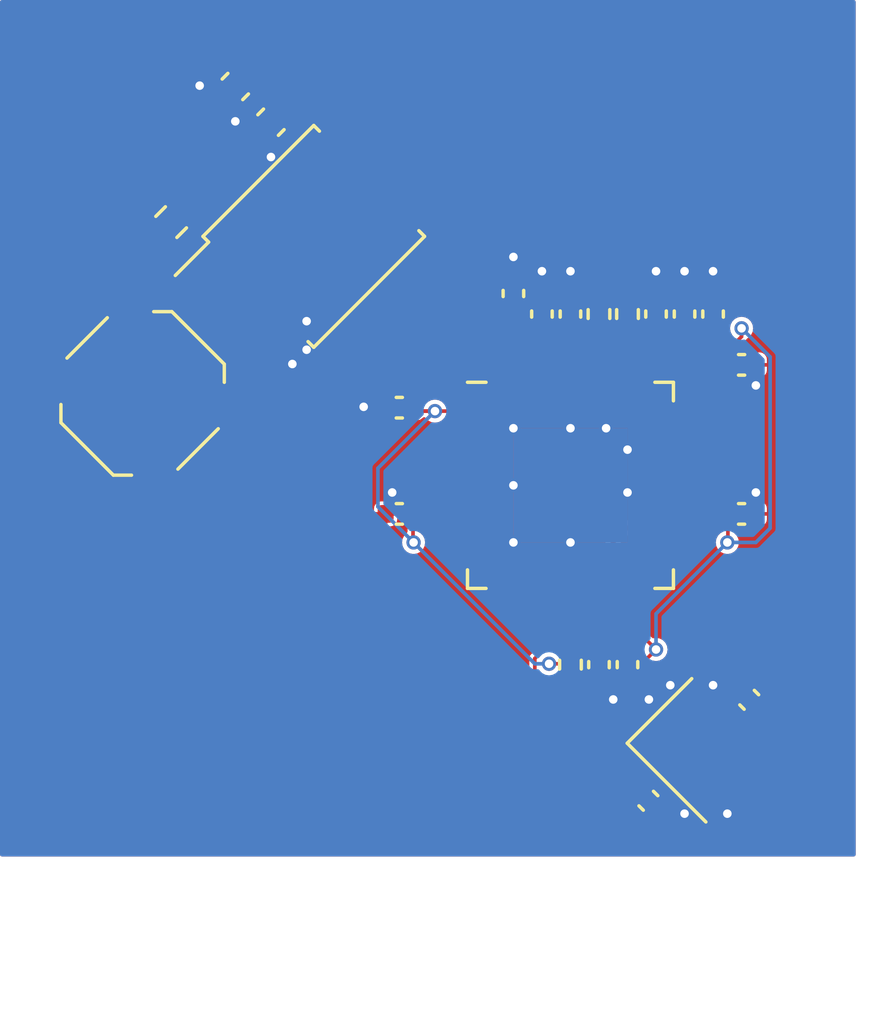
<source format=kicad_pcb>
(kicad_pcb (version 20221018) (generator pcbnew)
  (title_block (title "RP2040 Base") (date "2023-07-25") (rev "0.21") (company "https://github.com/TT-392/RP2040-base"))
  (layers (0 "F.Cu" signal) (31 "B.Cu" signal) (34 "B.Paste" user) (35 "F.Paste" user) (36 "B.SilkS" user "B.Silkscreen") (37 "F.SilkS" user "F.Silkscreen") (38 "B.Mask" user) (39 "F.Mask" user) (44 "Edge.Cuts" user))
  (net 0 "")
  (net 1 "/1V1")
  (net 2 "/VIN")
  (net 3 "/GND")
  (net 4 "/XIN")
  (net 5 "Net-(C32-Pad1)")
  (net 6 "Net-(U2-USB_DP)")
  (net 7 "/~{USB_BOOT}")
  (net 8 "/USB_D+")
  (net 9 "Net-(U2-USB_DM)")
  (net 10 "/USB_D-")
  (net 11 "/GPIO0")
  (net 12 "/QSPI_SS")
  (net 13 "/XOUT")
  (net 14 "/QSPI_SD1")
  (net 15 "/QSPI_SD2")
  (net 16 "/QSPI_SD0")
  (net 17 "/QSPI_SCLK")
  (net 18 "/QSPI_SD3")
  (net 19 "/GPIO1")
  (net 20 "/GPIO2")
  (net 21 "/GPIO3")
  (net 22 "/GPIO4")
  (net 23 "/GPIO5")
  (net 24 "/GPIO6")
  (net 25 "/GPIO7")
  (net 26 "/GPIO8")
  (net 27 "/GPIO9")
  (net 28 "/GPIO10")
  (net 29 "/GPIO11")
  (net 30 "/GPIO12")
  (net 31 "/GPIO13")
  (net 32 "/GPIO14")
  (net 33 "/GPIO15")
  (net 34 "/SWCLK")
  (net 35 "/SWD")
  (net 36 "/GPIO16")
  (net 37 "/GPIO17")
  (net 38 "/GPIO18")
  (net 39 "/GPIO19")
  (net 40 "/GPIO20")
  (net 41 "/GPIO21")
  (net 42 "/GPIO22")
  (net 43 "/GPIO23")
  (net 44 "/GPIO24")
  (net 45 "/GPIO25")
  (net 46 "/GPIO26_ADC0")
  (net 47 "/GPIO27_ADC1")
  (net 48 "/GPIO28_ADC2")
  (net 49 "/GPIO19_ADC3")
  (footprint "Capacitor_SMD:C_0402_1005Metric" (layer "F.Cu") (at 37.732233 48.047767 -45)
    (fp_text reference "C31" hide)
    (fp_text value "30p")
    (fp_line (start -0.107836 -0.36) (end 0.107836 -0.36) (stroke (width 0.12)) (layer "F.SilkS"))
    (fp_line (start -0.107836 0.36) (end 0.107836 0.36) (stroke (width 0.12)) (layer "F.SilkS"))
    (pad "1" smd roundrect (at -0.48 0 315) (size 0.56 0.62) (layers "F.Cu" "F.Paste" "F.Mask") (net 4 "/XIN"))
    (pad "2" smd roundrect (at 0.48 0 315) (size 0.56 0.62) (layers "F.Cu" "F.Paste" "F.Mask") (net 3 "/GND"))
  )
  (footprint "Capacitor_SMD:C_0603_1608Metric" (layer "F.Cu") (at 23.25 23.03 -135)
    (fp_text reference "C29" hide)
    (fp_text value "100n")
    (fp_line (start -0.14058 -0.51) (end 0.14058 -0.51) (stroke (width 0.12)) (layer "F.SilkS"))
    (fp_line (start -0.14058 0.51) (end 0.14058 0.51) (stroke (width 0.12)) (layer "F.SilkS"))
    (pad "1" smd roundrect (at -0.775 0 225) (size 0.9 0.95) (layers "F.Cu" "F.Paste" "F.Mask") (net 2 "/VIN"))
    (pad "2" smd roundrect (at 0.775 0 225) (size 0.9 0.95) (layers "F.Cu" "F.Paste" "F.Mask") (net 3 "/GND"))
  )
  (footprint "Capacitor_SMD:C_0402_1005Metric" (layer "F.Cu") (at 36 43.28 -90)
    (fp_text reference "C3" hide)
    (fp_text value "100n")
    (fp_line (start -0.107836 -0.36) (end 0.107836 -0.36) (stroke (width 0.12)) (layer "F.SilkS"))
    (fp_line (start -0.107836 0.36) (end 0.107836 0.36) (stroke (width 0.12)) (layer "F.SilkS"))
    (pad "1" smd roundrect (at -0.48 0 270) (size 0.56 0.62) (layers "F.Cu" "F.Paste" "F.Mask") (net 2 "/VIN"))
    (pad "2" smd roundrect (at 0.48 0 270) (size 0.56 0.62) (layers "F.Cu" "F.Paste" "F.Mask") (net 3 "/GND"))
  )
  (footprint "Capacitor_SMD:C_0603_1608Metric" (layer "F.Cu") (at 24.5 24.28 -135)
    (fp_text reference "C30" hide)
    (fp_text value "10n")
    (fp_line (start -0.14058 -0.51) (end 0.14058 -0.51) (stroke (width 0.12)) (layer "F.SilkS"))
    (fp_line (start -0.14058 0.51) (end 0.14058 0.51) (stroke (width 0.12)) (layer "F.SilkS"))
    (pad "1" smd roundrect (at -0.775 0 225) (size 0.9 0.95) (layers "F.Cu" "F.Paste" "F.Mask") (net 2 "/VIN"))
    (pad "2" smd roundrect (at 0.775 0 225) (size 0.9 0.95) (layers "F.Cu" "F.Paste" "F.Mask") (net 3 "/GND"))
  )
  (footprint "Capacitor_SMD:C_0402_1005Metric" (layer "F.Cu") (at 41 32.78)
    (fp_text reference "C1" hide)
    (fp_text value "100n")
    (fp_line (start -0.107836 -0.36) (end 0.107836 -0.36) (stroke (width 0.12)) (layer "F.SilkS"))
    (fp_line (start -0.107836 0.36) (end 0.107836 0.36) (stroke (width 0.12)) (layer "F.SilkS"))
    (pad "1" smd roundrect (at -0.48 0) (size 0.56 0.62) (layers "F.Cu" "F.Paste" "F.Mask") (net 2 "/VIN"))
    (pad "2" smd roundrect (at 0.48 0) (size 0.56 0.62) (layers "F.Cu" "F.Paste" "F.Mask") (net 3 "/GND"))
  )
  (footprint "Capacitor_SMD:C_0402_1005Metric" (layer "F.Cu") (at 34 31 90)
    (fp_text reference "C28" hide)
    (fp_text value "100n")
    (fp_line (start -0.107836 -0.36) (end 0.107836 -0.36) (stroke (width 0.12)) (layer "F.SilkS"))
    (fp_line (start -0.107836 0.36) (end 0.107836 0.36) (stroke (width 0.12)) (layer "F.SilkS"))
    (pad "1" smd roundrect (at -0.48 0 90) (size 0.56 0.62) (layers "F.Cu" "F.Paste" "F.Mask") (net 2 "/VIN"))
    (pad "2" smd roundrect (at 0.48 0 90) (size 0.56 0.62) (layers "F.Cu" "F.Paste" "F.Mask") (net 3 "/GND"))
  )
  (footprint "Resistor_SMD:R_0603_1608Metric" (layer "F.Cu") (at 21 27.78 -135)
    (fp_text reference "R8" hide)
    (fp_text value "1k")
    (fp_line (start -0.237258 -0.5225) (end 0.237258 -0.5225) (stroke (width 0.12)) (layer "F.SilkS"))
    (fp_line (start -0.237258 0.5225) (end 0.237258 0.5225) (stroke (width 0.12)) (layer "F.SilkS"))
    (pad "1" smd roundrect (at -0.825 0 225) (size 0.8 0.95) (layers "F.Cu" "F.Paste" "F.Mask") (net 12 "/QSPI_SS"))
    (pad "2" smd roundrect (at 0.825 0 225) (size 0.8 0.95) (layers "F.Cu" "F.Paste" "F.Mask") (net 7 "/~{USB_BOOT}"))
  )
  (footprint "Capacitor_SMD:C_0402_1005Metric" (layer "F.Cu") (at 29 38 180)
    (fp_text reference "C4" hide)
    (fp_text value "100n")
    (fp_line (start -0.107836 -0.36) (end 0.107836 -0.36) (stroke (width 0.12)) (layer "F.SilkS"))
    (fp_line (start -0.107836 0.36) (end 0.107836 0.36) (stroke (width 0.12)) (layer "F.SilkS"))
    (pad "1" smd roundrect (at -0.48 0 180) (size 0.56 0.62) (layers "F.Cu" "F.Paste" "F.Mask") (net 2 "/VIN"))
    (pad "2" smd roundrect (at 0.48 0 180) (size 0.56 0.62) (layers "F.Cu" "F.Paste" "F.Mask") (net 3 "/GND"))
  )
  (footprint "Crystal:Crystal_SMD_EuroQuartz_MT-4Pin_3.2x2.5mm" (layer "F.Cu") (at 39.5 46.28 -45)
    (fp_text reference "Y2" hide)
    (fp_text value "ECS-120-8-33-JGN-TR3")
    (fp_line (start -1.95 -1.6) (end -1.95 1.6) (stroke (width 0.12)) (layer "F.SilkS"))
    (fp_line (start -1.95 1.6) (end 1.95 1.6) (stroke (width 0.12)) (layer "F.SilkS"))
    (pad "1" smd rect (at -1.1 0.9 315) (size 1.3 1) (layers "F.Cu" "F.Paste" "F.Mask") (net 4 "/XIN"))
    (pad "2" smd rect (at 1.1 0.9 315) (size 1.3 1) (layers "F.Cu" "F.Paste" "F.Mask") (net 3 "/GND"))
    (pad "3" smd rect (at 1.1 -0.9 315) (size 1.3 1) (layers "F.Cu" "F.Paste" "F.Mask") (net 5 "Net-(C32-Pad1)"))
    (pad "4" smd rect (at -1.1 -0.9 315) (size 1.3 1) (layers "F.Cu" "F.Paste" "F.Mask") (net 3 "/GND"))
  )
  (footprint "RP2040_base:TS-1187A" (layer "F.Cu") (at 20 33.78 135)
    (fp_text reference "SW1" hide)
    (fp_text value "SW_Push")
    (fp_line (start -2.75 -1) (end -2.75 1) (stroke (width 0.12)) (layer "F.SilkS"))
    (fp_line (start -1.75 -2.3) (end -1.3 -2.75) (stroke (width 0.12)) (layer "F.SilkS"))
    (fp_line (start -1.75 2.3) (end -1.3 2.75) (stroke (width 0.12)) (layer "F.SilkS"))
    (fp_line (start -1.3 -2.75) (end 1.3 -2.75) (stroke (width 0.12)) (layer "F.SilkS"))
    (fp_line (start -1.3 2.75) (end 1.3 2.75) (stroke (width 0.12)) (layer "F.SilkS"))
    (fp_line (start 1.75 -2.3) (end 1.3 -2.75) (stroke (width 0.12)) (layer "F.SilkS"))
    (fp_line (start 1.75 2.3) (end 1.3 2.75) (stroke (width 0.12)) (layer "F.SilkS"))
    (fp_line (start 2.75 -1) (end 2.75 1) (stroke (width 0.12)) (layer "F.SilkS"))
    (pad "1" smd rect (at -3 -1.875 135) (size 1 0.75) (layers "F.Cu" "F.Paste" "F.Mask") (net 3 "/GND"))
    (pad "1" smd rect (at 3 -1.875 135) (size 1 0.75) (layers "F.Cu" "F.Paste" "F.Mask") (net 3 "/GND"))
    (pad "2" smd rect (at -3 1.875 135) (size 1 0.75) (layers "F.Cu" "F.Paste" "F.Mask") (net 7 "/~{USB_BOOT}"))
    (pad "2" smd rect (at 3 1.875 135) (size 1 0.75) (layers "F.Cu" "F.Paste" "F.Mask") (net 7 "/~{USB_BOOT}"))
  )
  (footprint "Resistor_SMD:R_0402_1005Metric" (layer "F.Cu") (at 35 43.28 -90)
    (fp_text reference "R10" hide)
    (fp_text value "1k")
    (fp_line (start -0.153641 -0.38) (end 0.153641 -0.38) (stroke (width 0.12)) (layer "F.SilkS"))
    (fp_line (start -0.153641 0.38) (end 0.153641 0.38) (stroke (width 0.12)) (layer "F.SilkS"))
    (pad "1" smd roundrect (at -0.51 0 270) (size 0.54 0.64) (layers "F.Cu" "F.Paste" "F.Mask") (net 13 "/XOUT"))
    (pad "2" smd roundrect (at 0.51 0 270) (size 0.54 0.64) (layers "F.Cu" "F.Paste" "F.Mask") (net 5 "Net-(C32-Pad1)"))
  )
  (footprint "Resistor_SMD:R_0402_1005Metric" (layer "F.Cu") (at 37 31 -90)
    (fp_text reference "R7" hide)
    (fp_text value "27")
    (fp_line (start -0.153641 -0.38) (end 0.153641 -0.38) (stroke (width 0.12)) (layer "F.SilkS"))
    (fp_line (start -0.153641 0.38) (end 0.153641 0.38) (stroke (width 0.12)) (layer "F.SilkS"))
    (pad "1" smd roundrect (at -0.51 0 270) (size 0.54 0.64) (layers "F.Cu" "F.Paste" "F.Mask") (net 10 "/USB_D-"))
    (pad "2" smd roundrect (at 0.51 0 270) (size 0.54 0.64) (layers "F.Cu" "F.Paste" "F.Mask") (net 9 "Net-(U2-USB_DM)"))
  )
  (footprint "Capacitor_SMD:C_0402_1005Metric" (layer "F.Cu") (at 33 30.28 90)
    (fp_text reference "C19" hide)
    (fp_text value "100n")
    (fp_line (start -0.107836 -0.36) (end 0.107836 -0.36) (stroke (width 0.12)) (layer "F.SilkS"))
    (fp_line (start -0.107836 0.36) (end 0.107836 0.36) (stroke (width 0.12)) (layer "F.SilkS"))
    (pad "1" smd roundrect (at -0.48 0 90) (size 0.56 0.62) (layers "F.Cu" "F.Paste" "F.Mask") (net 1 "/1V1"))
    (pad "2" smd roundrect (at 0.48 0 90) (size 0.56 0.62) (layers "F.Cu" "F.Paste" "F.Mask") (net 3 "/GND"))
  )
  (footprint "Capacitor_SMD:C_0402_1005Metric" (layer "F.Cu") (at 39 31 90)
    (fp_text reference "C7" hide)
    (fp_text value "1u")
    (fp_line (start -0.107836 -0.36) (end 0.107836 -0.36) (stroke (width 0.12)) (layer "F.SilkS"))
    (fp_line (start -0.107836 0.36) (end 0.107836 0.36) (stroke (width 0.12)) (layer "F.SilkS"))
    (pad "1" smd roundrect (at -0.48 0 90) (size 0.56 0.62) (layers "F.Cu" "F.Paste" "F.Mask") (net 2 "/VIN"))
    (pad "2" smd roundrect (at 0.48 0 90) (size 0.56 0.62) (layers "F.Cu" "F.Paste" "F.Mask") (net 3 "/GND"))
  )
  (footprint "Package_SO:SOIC-8_5.275x5.275mm_P1.27mm" (layer "F.Cu") (at 26 28.28 45)
    (fp_text reference "U1" hide)
    (fp_text value "W25Q16JV")
    (fp_line (start -2.7475 -2.7475) (end -2.7475 -2.465) (stroke (width 0.12)) (layer "F.SilkS"))
    (fp_line (start -2.7475 -2.465) (end -4.4 -2.465) (stroke (width 0.12)) (layer "F.SilkS"))
    (fp_line (start -2.7475 2.7475) (end -2.7475 2.465) (stroke (width 0.12)) (layer "F.SilkS"))
    (fp_line (start 0 -2.7475) (end -2.7475 -2.7475) (stroke (width 0.12)) (layer "F.SilkS"))
    (fp_line (start 0 -2.7475) (end 2.7475 -2.7475) (stroke (width 0.12)) (layer "F.SilkS"))
    (fp_line (start 0 2.7475) (end -2.7475 2.7475) (stroke (width 0.12)) (layer "F.SilkS"))
    (fp_line (start 0 2.7475) (end 2.7475 2.7475) (stroke (width 0.12)) (layer "F.SilkS"))
    (fp_line (start 2.7475 -2.7475) (end 2.7475 -2.465) (stroke (width 0.12)) (layer "F.SilkS"))
    (fp_line (start 2.7475 2.7475) (end 2.7475 2.465) (stroke (width 0.12)) (layer "F.SilkS"))
    (pad "1" smd roundrect (at -3.6 -1.905 45) (size 1.6 0.6) (layers "F.Cu" "F.Paste" "F.Mask") (net 12 "/QSPI_SS"))
    (pad "2" smd roundrect (at -3.6 -0.635 45) (size 1.6 0.6) (layers "F.Cu" "F.Paste" "F.Mask") (net 14 "/QSPI_SD1"))
    (pad "3" smd roundrect (at -3.6 0.635 45) (size 1.6 0.6) (layers "F.Cu" "F.Paste" "F.Mask") (net 15 "/QSPI_SD2"))
    (pad "4" smd roundrect (at -3.6 1.905 45) (size 1.6 0.6) (layers "F.Cu" "F.Paste" "F.Mask") (net 3 "/GND"))
    (pad "5" smd roundrect (at 3.6 1.905 45) (size 1.6 0.6) (layers "F.Cu" "F.Paste" "F.Mask") (net 16 "/QSPI_SD0"))
    (pad "6" smd roundrect (at 3.6 0.635 45) (size 1.6 0.6) (layers "F.Cu" "F.Paste" "F.Mask") (net 17 "/QSPI_SCLK"))
    (pad "7" smd roundrect (at 3.6 -0.635 45) (size 1.6 0.6) (layers "F.Cu" "F.Paste" "F.Mask") (net 18 "/QSPI_SD3"))
    (pad "8" smd roundrect (at 3.6 -1.905 45) (size 1.6 0.6) (layers "F.Cu" "F.Paste" "F.Mask") (net 2 "/VIN"))
  )
  (footprint "Capacitor_SMD:C_0402_1005Metric" (layer "F.Cu") (at 37 43.28 -90)
    (fp_text reference "C18" hide)
    (fp_text value "100n")
    (fp_line (start -0.107836 -0.36) (end 0.107836 -0.36) (stroke (width 0.12)) (layer "F.SilkS"))
    (fp_line (start -0.107836 0.36) (end 0.107836 0.36) (stroke (width 0.12)) (layer "F.SilkS"))
    (pad "1" smd roundrect (at -0.48 0 270) (size 0.56 0.62) (layers "F.Cu" "F.Paste" "F.Mask") (net 1 "/1V1"))
    (pad "2" smd roundrect (at 0.48 0 270) (size 0.56 0.62) (layers "F.Cu" "F.Paste" "F.Mask") (net 3 "/GND"))
  )
  (footprint "Capacitor_SMD:C_0402_1005Metric" (layer "F.Cu") (at 38 31 90)
    (fp_text reference "C6" hide)
    (fp_text value "1u")
    (fp_line (start -0.107836 -0.36) (end 0.107836 -0.36) (stroke (width 0.12)) (layer "F.SilkS"))
    (fp_line (start -0.107836 0.36) (end 0.107836 0.36) (stroke (width 0.12)) (layer "F.SilkS"))
    (pad "1" smd roundrect (at -0.48 0 90) (size 0.56 0.62) (layers "F.Cu" "F.Paste" "F.Mask") (net 1 "/1V1"))
    (pad "2" smd roundrect (at 0.48 0 90) (size 0.56 0.62) (layers "F.Cu" "F.Paste" "F.Mask") (net 3 "/GND"))
  )
  (footprint "Capacitor_SMD:C_0402_1005Metric" (layer "F.Cu") (at 41 38)
    (fp_text reference "C2" hide)
    (fp_text value "100n")
    (fp_line (start -0.107836 -0.36) (end 0.107836 -0.36) (stroke (width 0.12)) (layer "F.SilkS"))
    (fp_line (start -0.107836 0.36) (end 0.107836 0.36) (stroke (width 0.12)) (layer "F.SilkS"))
    (pad "1" smd roundrect (at -0.48 0) (size 0.56 0.62) (layers "F.Cu" "F.Paste" "F.Mask") (net 2 "/VIN"))
    (pad "2" smd roundrect (at 0.48 0) (size 0.56 0.62) (layers "F.Cu" "F.Paste" "F.Mask") (net 3 "/GND"))
  )
  (footprint "Package_DFN_QFN:QFN-56-1EP_7x7mm_P0.4mm_EP3.2x3.2mm" (layer "F.Cu") (at 35 37)
    (fp_text reference "U2" hide)
    (fp_text value "RP2040")
    (fp_line (start -3.61 3.61) (end -3.61 2.96) (stroke (width 0.12)) (layer "F.SilkS"))
    (fp_line (start -2.96 -3.61) (end -3.61 -3.61) (stroke (width 0.12)) (layer "F.SilkS"))
    (fp_line (start -2.96 3.61) (end -3.61 3.61) (stroke (width 0.12)) (layer "F.SilkS"))
    (fp_line (start 2.96 -3.61) (end 3.61 -3.61) (stroke (width 0.12)) (layer "F.SilkS"))
    (fp_line (start 2.96 3.61) (end 3.61 3.61) (stroke (width 0.12)) (layer "F.SilkS"))
    (fp_line (start 3.61 -3.61) (end 3.61 -2.96) (stroke (width 0.12)) (layer "F.SilkS"))
    (fp_line (start 3.61 3.61) (end 3.61 2.96) (stroke (width 0.12)) (layer "F.SilkS"))
    (pad "1" smd roundrect (at -3.4375 -2.6) (size 0.875 0.2) (layers "F.Cu" "F.Paste" "F.Mask") (net 2 "/VIN"))
    (pad "2" smd roundrect (at -3.4375 -2.2) (size 0.875 0.2) (layers "F.Cu" "F.Paste" "F.Mask") (net 11 "/GPIO0"))
    (pad "3" smd roundrect (at -3.4375 -1.8) (size 0.875 0.2) (layers "F.Cu" "F.Paste" "F.Mask") (net 19 "/GPIO1"))
    (pad "4" smd roundrect (at -3.4375 -1.4) (size 0.875 0.2) (layers "F.Cu" "F.Paste" "F.Mask") (net 20 "/GPIO2"))
    (pad "5" smd roundrect (at -3.4375 -1) (size 0.875 0.2) (layers "F.Cu" "F.Paste" "F.Mask") (net 21 "/GPIO3"))
    (pad "6" smd roundrect (at -3.4375 -0.6) (size 0.875 0.2) (layers "F.Cu" "F.Paste" "F.Mask") (net 22 "/GPIO4"))
    (pad "7" smd roundrect (at -3.4375 -0.2) (size 0.875 0.2) (layers "F.Cu" "F.Paste" "F.Mask") (net 23 "/GPIO5"))
    (pad "8" smd roundrect (at -3.4375 0.2) (size 0.875 0.2) (layers "F.Cu" "F.Paste" "F.Mask") (net 24 "/GPIO6"))
    (pad "9" smd roundrect (at -3.4375 0.6) (size 0.875 0.2) (layers "F.Cu" "F.Paste" "F.Mask") (net 25 "/GPIO7"))
    (pad "10" smd roundrect (at -3.4375 1) (size 0.875 0.2) (layers "F.Cu" "F.Paste" "F.Mask") (net 2 "/VIN"))
    (pad "11" smd roundrect (at -3.4375 1.4) (size 0.875 0.2) (layers "F.Cu" "F.Paste" "F.Mask") (net 26 "/GPIO8"))
    (pad "12" smd roundrect (at -3.4375 1.8) (size 0.875 0.2) (layers "F.Cu" "F.Paste" "F.Mask") (net 27 "/GPIO9"))
    (pad "13" smd roundrect (at -3.4375 2.2) (size 0.875 0.2) (layers "F.Cu" "F.Paste" "F.Mask") (net 28 "/GPIO10"))
    (pad "14" smd roundrect (at -3.4375 2.6) (size 0.875 0.2) (layers "F.Cu" "F.Paste" "F.Mask") (net 29 "/GPIO11"))
    (pad "15" smd roundrect (at -2.6 3.4375) (size 0.2 0.875) (layers "F.Cu" "F.Paste" "F.Mask") (net 30 "/GPIO12"))
    (pad "16" smd roundrect (at -2.2 3.4375) (size 0.2 0.875) (layers "F.Cu" "F.Paste" "F.Mask") (net 31 "/GPIO13"))
    (pad "17" smd roundrect (at -1.8 3.4375) (size 0.2 0.875) (layers "F.Cu" "F.Paste" "F.Mask") (net 32 "/GPIO14"))
    (pad "18" smd roundrect (at -1.4 3.4375) (size 0.2 0.875) (layers "F.Cu" "F.Paste" "F.Mask") (net 33 "/GPIO15"))
    (pad "19" smd roundrect (at -1 3.4375) (size 0.2 0.875) (layers "F.Cu" "F.Paste" "F.Mask") (net 3 "/GND"))
    (pad "20" smd roundrect (at -0.6 3.4375) (size 0.2 0.875) (layers "F.Cu" "F.Paste" "F.Mask") (net 4 "/XIN"))
    (pad "21" smd roundrect (at -0.2 3.4375) (size 0.2 0.875) (layers "F.Cu" "F.Paste" "F.Mask") (net 13 "/XOUT"))
    (pad "22" smd roundrect (at 0.2 3.4375) (size 0.2 0.875) (layers "F.Cu" "F.Paste" "F.Mask") (net 2 "/VIN"))
    (pad "23" smd roundrect (at 0.6 3.4375) (size 0.2 0.875) (layers "F.Cu" "F.Paste" "F.Mask") (net 1 "/1V1"))
    (pad "24" smd roundrect (at 1 3.4375) (size 0.2 0.875) (layers "F.Cu" "F.Paste" "F.Mask") (net 34 "/SWCLK"))
    (pad "25" smd roundrect (at 1.4 3.4375) (size 0.2 0.875) (layers "F.Cu" "F.Paste" "F.Mask") (net 35 "/SWD"))
    (pad "26" smd roundrect (at 1.8 3.4375) (size 0.2 0.875) (layers "F.Cu" "F.Paste" "F.Mask") (net 2 "/VIN"))
    (pad "27" smd roundrect (at 2.2 3.4375) (size 0.2 0.875) (layers "F.Cu" "F.Paste" "F.Mask") (net 36 "/GPIO16"))
    (pad "28" smd roundrect (at 2.6 3.4375) (size 0.2 0.875) (layers "F.Cu" "F.Paste" "F.Mask") (net 37 "/GPIO17"))
    (pad "29" smd roundrect (at 3.4375 2.6) (size 0.875 0.2) (layers "F.Cu" "F.Paste" "F.Mask") (net 38 "/GPIO18"))
    (pad "30" smd roundrect (at 3.4375 2.2) (size 0.875 0.2) (layers "F.Cu" "F.Paste" "F.Mask") (net 39 "/GPIO19"))
    (pad "31" smd roundrect (at 3.4375 1.8) (size 0.875 0.2) (layers "F.Cu" "F.Paste" "F.Mask") (net 40 "/GPIO20"))
    (pad "32" smd roundrect (at 3.4375 1.4) (size 0.875 0.2) (layers "F.Cu" "F.Paste" "F.Mask") (net 41 "/GPIO21"))
    (pad "33" smd roundrect (at 3.4375 1) (size 0.875 0.2) (layers "F.Cu" "F.Paste" "F.Mask") (net 2 "/VIN"))
    (pad "34" smd roundrect (at 3.4375 0.6) (size 0.875 0.2) (layers "F.Cu" "F.Paste" "F.Mask") (net 42 "/GPIO22"))
    (pad "35" smd roundrect (at 3.4375 0.2) (size 0.875 0.2) (layers "F.Cu" "F.Paste" "F.Mask") (net 43 "/GPIO23"))
    (pad "36" smd roundrect (at 3.4375 -0.2) (size 0.875 0.2) (layers "F.Cu" "F.Paste" "F.Mask") (net 44 "/GPIO24"))
    (pad "37" smd roundrect (at 3.4375 -0.6) (size 0.875 0.2) (layers "F.Cu" "F.Paste" "F.Mask") (net 45 "/GPIO25"))
    (pad "38" smd roundrect (at 3.4375 -1) (size 0.875 0.2) (layers "F.Cu" "F.Paste" "F.Mask") (net 46 "/GPIO26_ADC0"))
    (pad "39" smd roundrect (at 3.4375 -1.4) (size 0.875 0.2) (layers "F.Cu" "F.Paste" "F.Mask") (net 47 "/GPIO27_ADC1"))
    (pad "40" smd roundrect (at 3.4375 -1.8) (size 0.875 0.2) (layers "F.Cu" "F.Paste" "F.Mask") (net 48 "/GPIO28_ADC2"))
    (pad "41" smd roundrect (at 3.4375 -2.2) (size 0.875 0.2) (layers "F.Cu" "F.Paste" "F.Mask") (net 49 "/GPIO19_ADC3"))
    (pad "42" smd roundrect (at 3.4375 -2.6) (size 0.875 0.2) (layers "F.Cu" "F.Paste" "F.Mask") (net 2 "/VIN"))
    (pad "43" smd roundrect (at 2.6 -3.4375) (size 0.2 0.875) (layers "F.Cu" "F.Paste" "F.Mask") (net 2 "/VIN"))
    (pad "44" smd roundrect (at 2.2 -3.4375) (size 0.2 0.875) (layers "F.Cu" "F.Paste" "F.Mask") (net 2 "/VIN"))
    (pad "45" smd roundrect (at 1.8 -3.4375) (size 0.2 0.875) (layers "F.Cu" "F.Paste" "F.Mask") (net 1 "/1V1"))
    (pad "46" smd roundrect (at 1.4 -3.4375) (size 0.2 0.875) (layers "F.Cu" "F.Paste" "F.Mask") (net 9 "Net-(U2-USB_DM)"))
    (pad "47" smd roundrect (at 1 -3.4375) (size 0.2 0.875) (layers "F.Cu" "F.Paste" "F.Mask") (net 6 "Net-(U2-USB_DP)"))
    (pad "48" smd roundrect (at 0.6 -3.4375) (size 0.2 0.875) (layers "F.Cu" "F.Paste" "F.Mask") (net 2 "/VIN"))
    (pad "49" smd roundrect (at 0.2 -3.4375) (size 0.2 0.875) (layers "F.Cu" "F.Paste" "F.Mask") (net 2 "/VIN"))
    (pad "50" smd roundrect (at -0.2 -3.4375) (size 0.2 0.875) (layers "F.Cu" "F.Paste" "F.Mask") (net 1 "/1V1"))
    (pad "51" smd roundrect (at -0.6 -3.4375) (size 0.2 0.875) (layers "F.Cu" "F.Paste" "F.Mask") (net 18 "/QSPI_SD3"))
    (pad "52" smd roundrect (at -1 -3.4375) (size 0.2 0.875) (layers "F.Cu" "F.Paste" "F.Mask") (net 17 "/QSPI_SCLK"))
    (pad "53" smd roundrect (at -1.4 -3.4375) (size 0.2 0.875) (layers "F.Cu" "F.Paste" "F.Mask") (net 16 "/QSPI_SD0"))
    (pad "54" smd roundrect (at -1.8 -3.4375) (size 0.2 0.875) (layers "F.Cu" "F.Paste" "F.Mask") (net 15 "/QSPI_SD2"))
    (pad "55" smd roundrect (at -2.2 -3.4375) (size 0.2 0.875) (layers "F.Cu" "F.Paste" "F.Mask") (net 14 "/QSPI_SD1"))
    (pad "56" smd roundrect (at -2.6 -3.4375) (size 0.2 0.875) (layers "F.Cu" "F.Paste" "F.Mask") (net 12 "/QSPI_SS"))
    (pad "57" smd rect (at 0 0) (size 3.2 3.2) (layers "F.Cu" "F.Mask") (net 3 "/GND"))
  )
  (footprint "Capacitor_SMD:C_0402_1005Metric" (layer "F.Cu") (at 35 31 90)
    (fp_text reference "C9" hide)
    (fp_text value "100n")
    (fp_line (start -0.107836 -0.36) (end 0.107836 -0.36) (stroke (width 0.12)) (layer "F.SilkS"))
    (fp_line (start -0.107836 0.36) (end 0.107836 0.36) (stroke (width 0.12)) (layer "F.SilkS"))
    (pad "1" smd roundrect (at -0.48 0 90) (size 0.56 0.62) (layers "F.Cu" "F.Paste" "F.Mask") (net 2 "/VIN"))
    (pad "2" smd roundrect (at 0.48 0 90) (size 0.56 0.62) (layers "F.Cu" "F.Paste" "F.Mask") (net 3 "/GND"))
  )
  (footprint "Capacitor_SMD:C_0402_1005Metric" (layer "F.Cu") (at 40 31 90)
    (fp_text reference "C8" hide)
    (fp_text value "100n")
    (fp_line (start -0.107836 -0.36) (end 0.107836 -0.36) (stroke (width 0.12)) (layer "F.SilkS"))
    (fp_line (start -0.107836 0.36) (end 0.107836 0.36) (stroke (width 0.12)) (layer "F.SilkS"))
    (pad "1" smd roundrect (at -0.48 0 90) (size 0.56 0.62) (layers "F.Cu" "F.Paste" "F.Mask") (net 2 "/VIN"))
    (pad "2" smd roundrect (at 0.48 0 90) (size 0.56 0.62) (layers "F.Cu" "F.Paste" "F.Mask") (net 3 "/GND"))
  )
  (footprint "Capacitor_SMD:C_0402_1005Metric" (layer "F.Cu") (at 29 34.28 180)
    (fp_text reference "C5" hide)
    (fp_text value "100n")
    (fp_line (start -0.107836 -0.36) (end 0.107836 -0.36) (stroke (width 0.12)) (layer "F.SilkS"))
    (fp_line (start -0.107836 0.36) (end 0.107836 0.36) (stroke (width 0.12)) (layer "F.SilkS"))
    (pad "1" smd roundrect (at -0.48 0 180) (size 0.56 0.62) (layers "F.Cu" "F.Paste" "F.Mask") (net 2 "/VIN"))
    (pad "2" smd roundrect (at 0.48 0 180) (size 0.56 0.62) (layers "F.Cu" "F.Paste" "F.Mask") (net 3 "/GND"))
  )
  (footprint "Capacitor_SMD:C_0402_1005Metric" (layer "F.Cu") (at 41.267767 44.512233 135)
    (fp_text reference "C32" hide)
    (fp_text value "30p")
    (fp_line (start -0.107836 -0.36) (end 0.107836 -0.36) (stroke (width 0.12)) (layer "F.SilkS"))
    (fp_line (start -0.107836 0.36) (end 0.107836 0.36) (stroke (width 0.12)) (layer "F.SilkS"))
    (pad "1" smd roundrect (at -0.48 0 135) (size 0.56 0.62) (layers "F.Cu" "F.Paste" "F.Mask") (net 5 "Net-(C32-Pad1)"))
    (pad "2" smd roundrect (at 0.48 0 135) (size 0.56 0.62) (layers "F.Cu" "F.Paste" "F.Mask") (net 3 "/GND"))
  )
  (footprint "Resistor_SMD:R_0402_1005Metric" (layer "F.Cu") (at 36 31 -90)
    (fp_text reference "R6" hide)
    (fp_text value "27")
    (fp_line (start -0.153641 -0.38) (end 0.153641 -0.38) (stroke (width 0.12)) (layer "F.SilkS"))
    (fp_line (start -0.153641 0.38) (end 0.153641 0.38) (stroke (width 0.12)) (layer "F.SilkS"))
    (pad "1" smd roundrect (at -0.51 0 270) (size 0.54 0.64) (layers "F.Cu" "F.Paste" "F.Mask") (net 8 "/USB_D+"))
    (pad "2" smd roundrect (at 0.51 0 270) (size 0.54 0.64) (layers "F.Cu" "F.Paste" "F.Mask") (net 6 "Net-(U2-USB_DP)"))
  )
  (segment (start 36.8 33.940118) (end 36.549618 34.1905) (width 0.127) (layer "F.Cu") (net 1))
  (segment (start 34.8 33.167982) (end 34.8 33.5625) (width 0.127) (layer "F.Cu") (net 1))
  (segment (start 36.8 33.5625) (end 36.8 33.940118) (width 0.127) (layer "F.Cu") (net 1))
  (segment (start 35.6 41.4) (end 35.6 40.4375) (width 0.127) (layer "F.Cu") (net 1))
  (segment (start 33 30.76) (end 33 31.367982) (width 0.127) (layer "F.Cu") (net 1))
  (segment (start 37.5 38) (end 37.5 35.140882) (width 0.127) (layer "F.Cu") (net 1))
  (segment (start 33 31.367982) (end 34.8 33.167982) (width 0.127) (layer "F.Cu") (net 1))
  (segment (start 36.549618 34.1905) (end 35.050382 34.1905) (width 0.127) (layer "F.Cu") (net 1))
  (segment (start 35.6 40.4375) (end 35.6 39.9) (width 0.127) (layer "F.Cu") (net 1))
  (segment (start 38 31.48) (end 36.8 32.68) (width 0.127) (layer "F.Cu") (net 1))
  (segment (start 35.6 39.9) (end 37.5 38) (width 0.127) (layer "F.Cu") (net 1))
  (segment (start 35.050382 34.1905) (end 34.8 33.940118) (width 0.127) (layer "F.Cu") (net 1))
  (segment (start 37.5 35.140882) (end 36.549618 34.1905) (width 0.127) (layer "F.Cu") (net 1))
  (segment (start 36.8 32.68) (end 36.8 33.5625) (width 0.127) (layer "F.Cu") (net 1))
  (segment (start 37 42.8) (end 35.6 41.4) (width 0.127) (layer "F.Cu") (net 1))
  (segment (start 34.8 33.940118) (end 34.8 33.5625) (width 0.127) (layer "F.Cu") (net 1))
  (segment (start 29.5 39) (end 29.48 38.98) (width 0.127) (layer "F.Cu") (net 2))
  (segment (start 38.2 32.28) (end 38 32.28) (width 0.127) (layer "F.Cu") (net 2))
  (segment (start 40.52 32.78) (end 40.52 32.27) (width 0.127) (layer "F.Cu") (net 2))
  (segment (start 38 32.78) (end 37.6 33.18) (width 0.127) (layer "F.Cu") (net 2))
  (segment (start 37.4795 43.2705) (end 36.4705 43.2705) (width 0.127) (layer "F.Cu") (net 2))
  (segment (start 27.585923 24) (end 27.198546 24.387377) (width 0.127) (layer "F.Cu") (net 2))
  (segment (start 36 42.8) (end 35.2 42) (width 0.127) (layer "F.Cu") (net 2))
  (segment (start 38.5295 31.0095) (end 39 31.48) (width 0.127) (layer "F.Cu") (net 2))
  (segment (start 35 31.78) (end 35.6 32.38) (width 0.127) (layer "F.Cu") (net 2))
  (segment (start 38.4375 34.4) (end 38.9 34.4) (width 0.127) (layer "F.Cu") (net 2))
  (segment (start 39.5 38) (end 38.4375 38) (width 0.127) (layer "F.Cu") (net 2))
  (segment (start 34.02 31.5) (end 34.98 31.5) (width 0.127) (layer "F.Cu") (net 2))
  (segment (start 29.48 38.98) (end 29.48 38) (width 0.127) (layer "F.Cu") (net 2))
  (segment (start 35.55 43.25) (end 34.25 43.25) (width 0.127) (layer "F.Cu") (net 2))
  (segment (start 29.6 34.4) (end 29.48 34.28) (width 0.127) (layer "F.Cu") (net 2))
  (segment (start 40.52 38) (end 40.52 38.98) (width 0.127) (layer "F.Cu") (net 2))
  (segment (start 40 31.75) (end 40.52 32.27) (width 0.127) (layer "F.Cu") (net 2))
  (segment (start 39.5 38) (end 40.52 38) (width 0.127) (layer "F.Cu") (net 2))
  (segment (start 34 31.78) (end 35.2 32.98) (width 0.127) (layer "F.Cu") (net 2))
  (segment (start 35.02 31.48) (end 35.4905 31.0095) (width 0.127) (layer "F.Cu") (net 2))
  (segment (start 36.4705 43.2705) (end 36 42.8) (width 0.127) (layer "F.Cu") (net 2))
  (segment (start 40 31.48) (end 40 31.75) (width 0.127) (layer "F.Cu") (net 2))
  (segment (start 39 31.48) (end 40 31.48) (width 0.127) (layer "F.Cu") (net 2))
  (segment (start 40.52 32.27) (end 41 31.79) (width 0.127) (layer "F.Cu") (net 2))
  (segment (start 37.2 33.08) (end 37.2 33.5625) (width 0.127) (layer "F.Cu") (net 2))
  (segment (start 38.9 34.4) (end 40.52 32.78) (width 0.127) (layer "F.Cu") (net 2))
  (segment (start 38 42.75) (end 36.8 41.55) (width 0.127) (layer "F.Cu") (net 2))
  (segment (start 38 32.28) (end 37.2 33.08) (width 0.127) (layer "F.Cu") (net 2))
  (segment (start 34.98 31.5) (end 35 31.48) (width 0.127) (layer "F.Cu") (net 2))
  (segment (start 40.52 38.98) (end 40.5 39) (width 0.127) (layer "F.Cu") (net 2))
  (segment (start 29.48 38) (end 31.5625 38) (width 0.127) (layer "F.Cu") (net 2))
  (segment (start 38 42.75) (end 37.4795 43.2705) (width 0.127) (layer "F.Cu") (net 2))
  (segment (start 35 31.48) (end 35.02 31.48) (width 0.127) (layer "F.Cu") (net 2))
  (segment (start 28.93842 24) (end 27.585923 24) (width 0.127) (layer "F.Cu") (net 2))
  (segment (start 29.48 38) (end 29.48 37.919639) (width 0.127) (layer "F.Cu") (net 2))
  (segment (start 40 31.48) (end 38.7 32.78) (width 0.127) (layer "F.Cu") (net 2))
  (segment (start 34 31.48) (end 34 31.78) (width 0.127) (layer "F.Cu") (net 2))
  (segment (start 36.8 41.55) (end 36.8 40.4375) (width 0.127) (layer "F.Cu") (net 2))
  (segment (start 33.5 28.56158) (end 28.93842 24) (width 0.127) (layer "F.Cu") (net 2))
  (segment (start 33.5 30.98) (end 33.5 28.56158) (width 0.127) (layer "F.Cu") (net 2))
  (segment (start 30.25 34.4) (end 29.6 34.4) (width 0.127) (layer "F.Cu") (net 2))
  (segment (start 35 31.48) (end 35 31.78) (width 0.127) (layer "F.Cu") (net 2))
  (segment (start 35.2 32.98) (end 35.2 33.5625) (width 0.127) (layer "F.Cu") (net 2))
  (segment (start 31.5625 34.4) (end 29.6 34.4) (width 0.127) (layer "F.Cu") (net 2))
  (segment (start 26.096016 24.78) (end 26.805923 24.78) (width 0.127) (layer "F.Cu") (net 2))
  (segment (start 38.7 32.78) (end 38 32.78) (width 0.127) (layer "F.Cu") (net 2))
  (segment (start 39 31.48) (end 38.2 32.28) (width 0.127) (layer "F.Cu") (net 2))
  (segment (start 36 42.8) (end 35.55 43.25) (width 0.127) (layer "F.Cu") (net 2))
  (segment (start 35.2 42) (end 35.2 40.4375) (width 0.127) (layer "F.Cu") (net 2))
  (segment (start 26.805923 24.78) (end 27.198546 24.387377) (width 0.127) (layer "F.Cu") (net 2))
  (segment (start 35.6 32.38) (end 35.6 33.5625) (width 0.127) (layer "F.Cu") (net 2))
  (segment (start 37.6 33.18) (end 37.6 33.5625) (width 0.127) (layer "F.Cu") (net 2))
  (segment (start 34 31.48) (end 33.5 30.98) (width 0.127) (layer "F.Cu") (net 2))
  (segment (start 41 31.79) (end 41 31.5) (width 0.127) (layer "F.Cu") (net 2))
  (segment (start 23.798008 22.481992) (end 26.096016 24.78) (width 0.127) (layer "F.Cu") (net 2))
  (segment (start 34 31.48) (end 34.02 31.5) (width 0.127) (layer "F.Cu") (net 2))
  (segment (start 35.4905 31.0095) (end 38.5295 31.0095) (width 0.127) (layer "F.Cu") (net 2))
  (via (at 29.5 39) (size 0.5) (drill 0.3) (layers "F.Cu" "B.Cu") (net 2))
  (via (at 34.25 43.25) (size 0.5) (drill 0.3) (layers "F.Cu" "B.Cu") (net 2))
  (via (at 40.5 39) (size 0.5) (drill 0.3) (layers "F.Cu" "B.Cu") (net 2))
  (via (at 41 31.5) (size 0.5) (drill 0.3) (layers "F.Cu" "B.Cu") (net 2))
  (via (at 30.25 34.4) (size 0.5) (drill 0.3) (layers "F.Cu" "B.Cu") (net 2))
  (via (at 38 42.75) (size 0.5) (drill 0.3) (layers "F.Cu" "B.Cu") (net 2))
  (segment (start 42 38.5) (end 42 32.5) (width 0.127) (layer "B.Cu") (net 2))
  (segment (start 42 32.5) (end 41 31.5) (width 0.127) (layer "B.Cu") (net 2))
  (segment (start 29.5 39) (end 28.25 37.75) (width 0.127) (layer "B.Cu") (net 2))
  (segment (start 41.5 39) (end 42 38.5) (width 0.127) (layer "B.Cu") (net 2))
  (segment (start 28.25 37.75) (end 28.25 36.4) (width 0.127) (layer "B.Cu") (net 2))
  (segment (start 38 41.5) (end 38 42.75) (width 0.127) (layer "B.Cu") (net 2))
  (segment (start 40.5 39) (end 41.5 39) (width 0.127) (layer "B.Cu") (net 2))
  (segment (start 29.5 39) (end 33.75 43.25) (width 0.127) (layer "B.Cu") (net 2))
  (segment (start 28.25 36.4) (end 30.25 34.4) (width 0.127) (layer "B.Cu") (net 2))
  (segment (start 33.75 43.25) (end 34.25 43.25) (width 0.127) (layer "B.Cu") (net 2))
  (segment (start 40.5 39) (end 38 41.5) (width 0.127) (layer "B.Cu") (net 2))
  (via (at 38 29.5) (size 0.5) (drill 0.3) (layers "F.Cu" "B.Cu") (net 3))
  (via (at 28.75 37.25) (size 0.5) (drill 0.3) (layers "F.Cu" "B.Cu") (net 3))
  (via (at 37 37.25) (size 0.5) (drill 0.3) (layers "F.Cu" "B.Cu") (net 3))
  (via (at 33 29) (size 0.5) (drill 0.3) (layers "F.Cu" "B.Cu") (net 3))
  (via (at 35 35) (size 0.5) (drill 0.3) (layers "F.Cu" "B.Cu") (net 3))
  (via (at 36.25 35) (size 0.5) (drill 0.3) (layers "F.Cu" "B.Cu") (net 3))
  (via (at 25.25 32.75) (size 0.5) (drill 0.3) (layers "F.Cu" "B.Cu") (net 3))
  (via (at 40 29.5) (size 0.5) (drill 0.3) (layers "F.Cu" "B.Cu") (net 3))
  (via (at 41.5 37.25) (size 0.5) (drill 0.3) (layers "F.Cu" "B.Cu") (net 3))
  (via (at 37.75 44.5) (size 0.5) (drill 0.3) (layers "F.Cu" "B.Cu") (net 3))
  (via (at 33 37) (size 0.5) (drill 0.3) (layers "F.Cu" "B.Cu") (net 3))
  (via (at 33 35) (size 0.5) (drill 0.3) (layers "F.Cu" "B.Cu") (net 3))
  (via (at 34 29.5) (size 0.5) (drill 0.3) (layers "F.Cu" "B.Cu") (net 3))
  (via (at 25.75 31.25) (size 0.5) (drill 0.3) (layers "F.Cu" "B.Cu") (net 3))
  (via (at 35 39) (size 0.5) (drill 0.3) (layers "F.Cu" "B.Cu") (net 3))
  (via (at 35 29.5) (size 0.5) (drill 0.3) (layers "F.Cu" "B.Cu") (net 3))
  (via (at 41.5 33.5) (size 0.5) (drill 0.3) (layers "F.Cu" "B.Cu") (net 3))
  (via (at 25.75 32.25) (size 0.5) (drill 0.3) (layers "F.Cu" "B.Cu") (net 3))
  (via (at 22 23) (size 0.5) (drill 0.3) (layers "F.Cu" "B.Cu") (net 3))
  (via (at 38.5 44) (size 0.5) (drill 0.3) (layers "F.Cu" "B.Cu") (net 3))
  (via (at 27.75 34.25) (size 0.5) (drill 0.3) (layers "F.Cu" "B.Cu") (net 3))
  (via (at 37 35.75) (size 0.5) (drill 0.3) (layers "F.Cu" "B.Cu") (net 3))
  (via (at 40 44) (size 0.5) (drill 0.3) (layers "F.Cu" "B.Cu") (net 3))
  (via (at 23.25 24.25) (size 0.5) (drill 0.3) (layers "F.Cu" "B.Cu") (net 3))
  (via (at 39 48.5) (size 0.5) (drill 0.3) (layers "F.Cu" "B.Cu") (net 3))
  (via (at 36.5 44.5) (size 0.5) (drill 0.3) (layers "F.Cu" "B.Cu") (net 3))
  (via (at 39 29.5) (size 0.5) (drill 0.3) (layers "F.Cu" "B.Cu") (net 3))
  (via (at 40.5 48.5) (size 0.5) (drill 0.3) (layers "F.Cu" "B.Cu") (net 3))
  (via (at 24.5 25.5) (size 0.5) (drill 0.3) (layers "F.Cu" "B.Cu") (net 3))
  (via (at 33 39) (size 0.5) (drill 0.3) (layers "F.Cu" "B.Cu") (net 3))
  (segment (start 38.085786 46.138579) (end 35.888579 46.138579) (width 0.127) (layer "F.Cu") (net 4))
  (segment (start 35.888579 46.138579) (end 33.75 44) (width 0.127) (layer "F.Cu") (net 4))
  (segment (start 33.75 43.063519) (end 34.4 42.413519) (width 0.127) (layer "F.Cu") (net 4))
  (segment (start 38.085786 47.015392) (end 38.085786 46.138579) (width 0.127) (layer "F.Cu") (net 4))
  (segment (start 34.4 42.413519) (end 34.4 40.4375) (width 0.127) (layer "F.Cu") (net 4))
  (segment (start 37.392822 47.708356) (end 38.085786 47.015392) (width 0.127) (layer "F.Cu") (net 4))
  (segment (start 33.75 44) (end 33.75 43.063519) (width 0.127) (layer "F.Cu") (net 4))
  (segment (start 39.937698 46.421421) (end 40.914214 46.421421) (width 0.127) (layer "F.Cu") (net 5))
  (segment (start 35 43.79) (end 36.21 45) (width 0.127) (layer "F.Cu") (net 5))
  (segment (start 38.516277 45) (end 39.937698 46.421421) (width 0.127) (layer "F.Cu") (net 5))
  (segment (start 40.178822 46.28) (end 41.607178 44.851644) (width 0.127) (layer "F.Cu") (net 5))
  (segment (start 36.21 45) (end 38.516277 45) (width 0.127) (layer "F.Cu") (net 5))
  (segment (start 36 31.51) (end 36 33.5625) (width 0.127) (layer "F.Cu") (net 6))
  (segment (start 20.416637 28.363363) (end 19.204505 29.575495) (width 0.127) (layer "F.Cu") (net 7))
  (segment (start 19.204505 29.575495) (end 19.204505 30.332854) (width 0.127) (layer "F.Cu") (net 7))
  (segment (start 23.447146 34.575495) (end 19.204505 30.332854) (width 0.127) (layer "F.Cu") (net 7))
  (segment (start 35.9365 29.826926) (end 35.9365 24.26659) (width 1) (layer "F.Cu") (net 8))
  (segment (start 35.9365 24.26659) (end 35.9365 23.43922) (width 1) (layer "F.Cu") (net 8))
  (segment (start 36 30.49) (end 36 29.890426) (width 0.6) (layer "F.Cu") (net 8))
  (segment (start 36 29.890426) (end 35.9365 29.826926) (width 0.6) (layer "F.Cu") (net 8))
  (segment (start 37 31.51) (end 36.4 32.11) (width 0.127) (layer "F.Cu") (net 9))
  (segment (start 36.4 32.11) (end 36.4 33.5625) (width 0.127) (layer "F.Cu") (net 9))
  (segment (start 37 29.890426) (end 37.0635 29.826926) (width 0.6) (layer "F.Cu") (net 10))
  (segment (start 37 30.49) (end 37 29.890426) (width 0.6) (layer "F.Cu") (net 10))
  (segment (start 37.0635 24.73341) (end 37.0635 23.43922) (width 1) (layer "F.Cu") (net 10))
  (segment (start 37.0635 29.826926) (end 37.0635 24.73341) (width 1) (layer "F.Cu") (net 10))
  (segment (start 21.583363 27.196637) (end 21.583363 28.954532) (width 0.127) (layer "F.Cu") (net 12))
  (segment (start 22.107377 29.478546) (end 21.5 30.085923) (width 0.127) (layer "F.Cu") (net 12))
  (segment (start 24.2825 33.5625) (end 32.4 33.5625) (width 0.127) (layer "F.Cu") (net 12))
  (segment (start 21.5 30.085923) (end 21.5 30.78) (width 0.127) (layer "F.Cu") (net 12))
  (segment (start 21.583363 28.954532) (end 22.107377 29.478546) (width 0.127) (layer "F.Cu") (net 12))
  (segment (start 21.5 30.78) (end 24.2825 33.5625) (width 0.127) (layer "F.Cu") (net 12))
  (segment (start 34.8 42.57) (end 34.8 40.4375) (width 0.127) (layer "F.Cu") (net 13))
  (segment (start 35 42.77) (end 34.8 42.57) (width 0.127) (layer "F.Cu") (net 13))
  (segment (start 32.549618 32.9345) (end 31.8455 32.9345) (width 0.127) (layer "F.Cu") (net 14))
  (segment (start 22.5 30.881975) (end 23.005403 30.376572) (width 0.127) (layer "F.Cu") (net 14))
  (segment (start 31.8455 32.9345) (end 31.5 33.28) (width 0.127) (layer "F.Cu") (net 14))
  (segment (start 32.8 33.5625) (end 32.8 33.184882) (width 0.127) (layer "F.Cu") (net 14))
  (segment (start 32.8 33.184882) (end 32.549618 32.9345) (width 0.127) (layer "F.Cu") (net 14))
  (segment (start 31.5 33.28) (end 24.5 33.28) (width 0.127) (layer "F.Cu") (net 14))
  (segment (start 22.5 31.28) (end 22.5 30.881975) (width 0.127) (layer "F.Cu") (net 14))
  (segment (start 24.5 33.28) (end 22.5 31.28) (width 0.127) (layer "F.Cu") (net 14))
  (segment (start 27.9305 32.6805) (end 32.695618 32.6805) (width 0.127) (layer "F.Cu") (net 15))
  (segment (start 24.398025 30.78) (end 26.03 30.78) (width 0.127) (layer "F.Cu") (net 15))
  (segment (start 33.2 33.184882) (end 33.2 33.5625) (width 0.127) (layer "F.Cu") (net 15))
  (segment (start 23.903428 31.274597) (end 24.398025 30.78) (width 0.127) (layer "F.Cu") (net 15))
  (segment (start 26.03 30.78) (end 27.9305 32.6805) (width 0.127) (layer "F.Cu") (net 15))
  (segment (start 32.695618 32.6805) (end 33.2 33.184882) (width 0.127) (layer "F.Cu") (net 15))
  (segment (start 29.5 27.474077) (end 29.5 29.084882) (width 0.127) (layer "F.Cu") (net 16))
  (segment (start 33.6 33.184882) (end 33.6 33.5625) (width 0.127) (layer "F.Cu") (net 16))
  (segment (start 29.5 29.084882) (end 33.6 33.184882) (width 0.127) (layer "F.Cu") (net 16))
  (segment (start 29.892623 27.081454) (end 29.5 27.474077) (width 0.127) (layer "F.Cu") (net 16))
  (segment (start 30 25.78) (end 29.398025 25.78) (width 0.127) (layer "F.Cu") (net 17))
  (segment (start 30.798808 26.578808) (end 30 25.78) (width 0.127) (layer "F.Cu") (net 17))
  (segment (start 29.398025 25.78) (end 28.994597 26.183428) (width 0.127) (layer "F.Cu") (net 17))
  (segment (start 34 33.178188) (end 30.798808 29.976996) (width 0.127) (layer "F.Cu") (net 17))
  (segment (start 34 33.5625) (end 34 33.178188) (width 0.127) (layer "F.Cu") (net 17))
  (segment (start 30.798808 29.976996) (end 30.798808 26.578808) (width 0.127) (layer "F.Cu") (net 17))
  (segment (start 34.4 33.5625) (end 34.4 33.127192) (width 0.127) (layer "F.Cu") (net 18))
  (segment (start 31.052808 26.473598) (end 29.35921 24.78) (width 0.127) (layer "F.Cu") (net 18))
  (segment (start 29.35921 24.78) (end 28.601975 24.78) (width 0.127) (layer "F.Cu") (net 18))
  (segment (start 31.052808 29.78) (end 31.052808 26.473598) (width 0.127) (layer "F.Cu") (net 18))
  (segment (start 34.4 33.127192) (end 31.052808 29.78) (width 0.127) (layer "F.Cu") (net 18))
  (segment (start 28.601975 24.78) (end 28.096572 25.285403) (width 0.127) (layer "F.Cu") (net 18))
  (zone (net 3) (net_name "/GND") (layers "F&B.Cu") (priority 1) (connect_pads yes (clearance 0.127)) (min_thickness 0.127) (fill yes (thermal_gap 0.127) (thermal_bridge_width 0.127))
    (polygon (pts (xy 37 35) (xy 33 35) (xy 33 39) (xy 37 39)))
  )
  (zone (net 3) (net_name "/GND") (layers "F&B.Cu") (connect_pads (clearance 0.127)) (min_thickness 0.127) (fill yes (thermal_gap 0.127) (thermal_bridge_width 0.127))
    (polygon (pts (xy 15 20) (xy 45 20) (xy 45 50) (xy 15 50)))
  )
)
</source>
